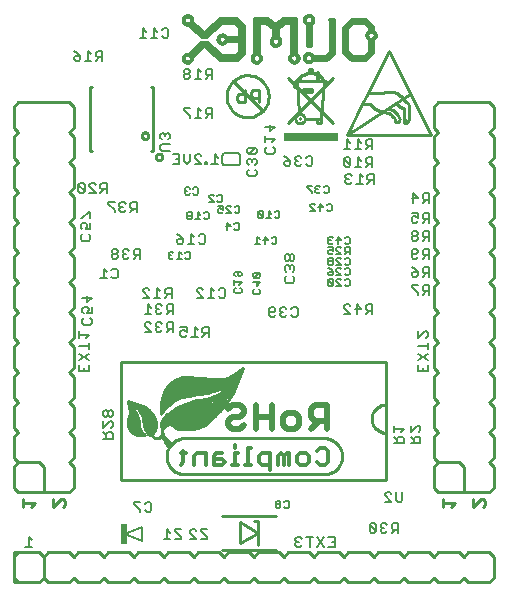
<source format=gbr>
G75*
G70*
%OFA0B0*%
%FSLAX24Y24*%
%IPPOS*%
%LPD*%
%AMOC8*
5,1,8,0,0,1.08239X$1,22.5*
%
%ADD10C,0.0080*%
%ADD11C,0.0060*%
%ADD12C,0.0100*%
%ADD13R,0.1800X0.0300*%
%ADD14C,0.0200*%
%ADD15C,0.0140*%
%ADD16C,0.0240*%
%ADD17C,0.0120*%
%ADD18C,0.0220*%
%ADD19C,0.0260*%
%ADD20R,0.0197X0.0709*%
%ADD21C,0.0079*%
D10*
X004549Y008728D02*
X004762Y008728D01*
X004656Y008728D02*
X004656Y009049D01*
X004762Y008942D01*
X007142Y012324D02*
X007463Y012324D01*
X007463Y012484D01*
X007409Y012537D01*
X007303Y012537D01*
X007249Y012484D01*
X007249Y012324D01*
X007249Y012430D02*
X007142Y012537D01*
X007142Y012692D02*
X007356Y012905D01*
X007409Y012905D01*
X007463Y012852D01*
X007463Y012745D01*
X007409Y012692D01*
X007142Y012692D02*
X007142Y012905D01*
X007196Y013060D02*
X007249Y013060D01*
X007303Y013113D01*
X007303Y013220D01*
X007249Y013274D01*
X007196Y013274D01*
X007142Y013220D01*
X007142Y013113D01*
X007196Y013060D01*
X007303Y013113D02*
X007356Y013060D01*
X007409Y013060D01*
X007463Y013113D01*
X007463Y013220D01*
X007409Y013274D01*
X007356Y013274D01*
X007303Y013220D01*
X006663Y014578D02*
X006342Y014578D01*
X006342Y014792D01*
X006342Y014947D02*
X006663Y015160D01*
X006663Y015315D02*
X006663Y015529D01*
X006663Y015422D02*
X006342Y015422D01*
X006342Y015683D02*
X006342Y015897D01*
X006342Y015790D02*
X006663Y015790D01*
X006556Y015683D01*
X006496Y016128D02*
X006442Y016182D01*
X006442Y016289D01*
X006496Y016342D01*
X006496Y016497D02*
X006442Y016550D01*
X006442Y016657D01*
X006496Y016710D01*
X006603Y016710D01*
X006656Y016657D01*
X006656Y016603D01*
X006603Y016497D01*
X006763Y016497D01*
X006763Y016710D01*
X006603Y016865D02*
X006603Y017079D01*
X006763Y017025D02*
X006603Y016865D01*
X006442Y017025D02*
X006763Y017025D01*
X006709Y016342D02*
X006763Y016289D01*
X006763Y016182D01*
X006709Y016128D01*
X006496Y016128D01*
X006342Y015160D02*
X006663Y014947D01*
X006663Y014792D02*
X006663Y014578D01*
X006503Y014578D02*
X006503Y014685D01*
X008467Y017028D02*
X008681Y017028D01*
X008467Y017242D01*
X008467Y017295D01*
X008521Y017349D01*
X008627Y017349D01*
X008681Y017295D01*
X008942Y017349D02*
X008942Y017028D01*
X008836Y017028D02*
X009049Y017028D01*
X009204Y017028D02*
X009311Y017135D01*
X009257Y017135D02*
X009417Y017135D01*
X009417Y017028D02*
X009417Y017349D01*
X009257Y017349D01*
X009204Y017295D01*
X009204Y017189D01*
X009257Y017135D01*
X009049Y017242D02*
X008942Y017349D01*
X008939Y016799D02*
X008886Y016745D01*
X008886Y016692D01*
X008939Y016639D01*
X008886Y016585D01*
X008886Y016532D01*
X008939Y016478D01*
X009046Y016478D01*
X009099Y016532D01*
X008992Y016639D02*
X008939Y016639D01*
X008939Y016799D02*
X009046Y016799D01*
X009099Y016745D01*
X009254Y016745D02*
X009254Y016639D01*
X009307Y016585D01*
X009467Y016585D01*
X009361Y016585D02*
X009254Y016478D01*
X009467Y016478D02*
X009467Y016799D01*
X009307Y016799D01*
X009254Y016745D01*
X009307Y016199D02*
X009254Y016145D01*
X009254Y016039D01*
X009307Y015985D01*
X009467Y015985D01*
X009361Y015985D02*
X009254Y015878D01*
X009099Y015932D02*
X009046Y015878D01*
X008939Y015878D01*
X008886Y015932D01*
X008886Y015985D01*
X008939Y016039D01*
X008992Y016039D01*
X008939Y016039D02*
X008886Y016092D01*
X008886Y016145D01*
X008939Y016199D01*
X009046Y016199D01*
X009099Y016145D01*
X009307Y016199D02*
X009467Y016199D01*
X009467Y015878D01*
X009712Y015889D02*
X009712Y015782D01*
X009766Y015728D01*
X009872Y015728D01*
X009926Y015782D01*
X009926Y015889D02*
X009819Y015942D01*
X009766Y015942D01*
X009712Y015889D01*
X009712Y016049D02*
X009926Y016049D01*
X009926Y015889D01*
X010081Y015728D02*
X010294Y015728D01*
X010187Y015728D02*
X010187Y016049D01*
X010294Y015942D01*
X010449Y015995D02*
X010449Y015889D01*
X010502Y015835D01*
X010662Y015835D01*
X010556Y015835D02*
X010449Y015728D01*
X010662Y015728D02*
X010662Y016049D01*
X010502Y016049D01*
X010449Y015995D01*
X010469Y017027D02*
X010255Y017027D01*
X010255Y017240D02*
X010255Y017294D01*
X010309Y017347D01*
X010415Y017347D01*
X010469Y017294D01*
X010255Y017240D02*
X010469Y017027D01*
X010624Y017027D02*
X010837Y017027D01*
X010730Y017027D02*
X010730Y017347D01*
X010837Y017240D01*
X010992Y017294D02*
X011045Y017347D01*
X011152Y017347D01*
X011205Y017294D01*
X011205Y017080D01*
X011152Y017027D01*
X011045Y017027D01*
X010992Y017080D01*
X010487Y018824D02*
X010380Y018824D01*
X010327Y018877D01*
X010172Y018824D02*
X009959Y018824D01*
X010065Y018824D02*
X010065Y019144D01*
X010172Y019038D01*
X010327Y019091D02*
X010380Y019144D01*
X010487Y019144D01*
X010540Y019091D01*
X010540Y018877D01*
X010487Y018824D01*
X009804Y018877D02*
X009750Y018824D01*
X009644Y018824D01*
X009590Y018877D01*
X009590Y018931D01*
X009644Y018984D01*
X009804Y018984D01*
X009804Y018877D01*
X009804Y018984D02*
X009697Y019091D01*
X009590Y019144D01*
X008367Y018649D02*
X008367Y018328D01*
X008367Y018435D02*
X008207Y018435D01*
X008154Y018489D01*
X008154Y018595D01*
X008207Y018649D01*
X008367Y018649D01*
X008261Y018435D02*
X008154Y018328D01*
X007999Y018382D02*
X007946Y018328D01*
X007839Y018328D01*
X007786Y018382D01*
X007786Y018435D01*
X007839Y018489D01*
X007892Y018489D01*
X007839Y018489D02*
X007786Y018542D01*
X007786Y018595D01*
X007839Y018649D01*
X007946Y018649D01*
X007999Y018595D01*
X007631Y018595D02*
X007631Y018542D01*
X007577Y018489D01*
X007471Y018489D01*
X007417Y018435D01*
X007417Y018382D01*
X007471Y018328D01*
X007577Y018328D01*
X007631Y018382D01*
X007631Y018435D01*
X007577Y018489D01*
X007471Y018489D02*
X007417Y018542D01*
X007417Y018595D01*
X007471Y018649D01*
X007577Y018649D01*
X007631Y018595D01*
X007574Y017988D02*
X007467Y017988D01*
X007414Y017935D01*
X007259Y017881D02*
X007152Y017988D01*
X007152Y017668D01*
X007046Y017668D02*
X007259Y017668D01*
X007414Y017721D02*
X007467Y017668D01*
X007574Y017668D01*
X007627Y017721D01*
X007627Y017935D01*
X007574Y017988D01*
X006659Y018928D02*
X006446Y018928D01*
X006392Y018982D01*
X006392Y019089D01*
X006446Y019142D01*
X006446Y019297D02*
X006392Y019350D01*
X006392Y019457D01*
X006446Y019510D01*
X006553Y019510D01*
X006606Y019457D01*
X006606Y019403D01*
X006553Y019297D01*
X006713Y019297D01*
X006713Y019510D01*
X006713Y019665D02*
X006713Y019879D01*
X006659Y019879D01*
X006446Y019665D01*
X006392Y019665D01*
X006659Y019142D02*
X006713Y019089D01*
X006713Y018982D01*
X006659Y018928D01*
X007526Y019878D02*
X007526Y019932D01*
X007312Y020145D01*
X007312Y020199D01*
X007526Y020199D01*
X007681Y020145D02*
X007681Y020092D01*
X007734Y020039D01*
X007681Y019985D01*
X007681Y019932D01*
X007734Y019878D01*
X007841Y019878D01*
X007894Y019932D01*
X007787Y020039D02*
X007734Y020039D01*
X007681Y020145D02*
X007734Y020199D01*
X007841Y020199D01*
X007894Y020145D01*
X008049Y020145D02*
X008049Y020039D01*
X008102Y019985D01*
X008262Y019985D01*
X008156Y019985D02*
X008049Y019878D01*
X008262Y019878D02*
X008262Y020199D01*
X008102Y020199D01*
X008049Y020145D01*
X007262Y020528D02*
X007262Y020849D01*
X007102Y020849D01*
X007049Y020795D01*
X007049Y020689D01*
X007102Y020635D01*
X007262Y020635D01*
X007156Y020635D02*
X007049Y020528D01*
X006894Y020528D02*
X006681Y020742D01*
X006681Y020795D01*
X006734Y020849D01*
X006841Y020849D01*
X006894Y020795D01*
X006894Y020528D02*
X006681Y020528D01*
X006526Y020582D02*
X006312Y020795D01*
X006312Y020582D01*
X006366Y020528D01*
X006472Y020528D01*
X006526Y020582D01*
X006526Y020795D01*
X006472Y020849D01*
X006366Y020849D01*
X006312Y020795D01*
X009042Y021982D02*
X009042Y022089D01*
X009096Y022142D01*
X009363Y022142D01*
X009309Y022297D02*
X009363Y022350D01*
X009363Y022457D01*
X009309Y022510D01*
X009256Y022510D01*
X009203Y022457D01*
X009149Y022510D01*
X009096Y022510D01*
X009042Y022457D01*
X009042Y022350D01*
X009096Y022297D01*
X009203Y022403D02*
X009203Y022457D01*
X009042Y021982D02*
X009096Y021928D01*
X009363Y021928D01*
X009460Y021799D02*
X009673Y021799D01*
X009673Y021478D01*
X009460Y021478D01*
X009567Y021639D02*
X009673Y021639D01*
X009828Y021585D02*
X009935Y021478D01*
X010042Y021585D01*
X010042Y021799D01*
X010196Y021745D02*
X010250Y021799D01*
X010357Y021799D01*
X010410Y021745D01*
X010196Y021745D02*
X010196Y021692D01*
X010410Y021478D01*
X010196Y021478D01*
X009828Y021585D02*
X009828Y021799D01*
X010541Y021532D02*
X010541Y021478D01*
X010594Y021478D01*
X010594Y021532D01*
X010541Y021532D01*
X010749Y021478D02*
X010962Y021478D01*
X010856Y021478D02*
X010856Y021799D01*
X010962Y021692D01*
X011942Y021607D02*
X011942Y021500D01*
X011996Y021447D01*
X012103Y021553D02*
X012103Y021607D01*
X012049Y021660D01*
X011996Y021660D01*
X011942Y021607D01*
X012103Y021607D02*
X012156Y021660D01*
X012209Y021660D01*
X012263Y021607D01*
X012263Y021500D01*
X012209Y021447D01*
X012209Y021292D02*
X012263Y021239D01*
X012263Y021132D01*
X012209Y021078D01*
X011996Y021078D01*
X011942Y021132D01*
X011942Y021239D01*
X011996Y021292D01*
X011996Y021815D02*
X012209Y022029D01*
X011996Y022029D01*
X011942Y021975D01*
X011942Y021868D01*
X011996Y021815D01*
X012209Y021815D01*
X012263Y021868D01*
X012263Y021975D01*
X012209Y022029D01*
X012542Y021989D02*
X012596Y022042D01*
X012542Y021989D02*
X012542Y021882D01*
X012596Y021828D01*
X012809Y021828D01*
X012863Y021882D01*
X012863Y021989D01*
X012809Y022042D01*
X012756Y022197D02*
X012863Y022303D01*
X012542Y022303D01*
X012542Y022197D02*
X012542Y022410D01*
X012703Y022565D02*
X012703Y022779D01*
X012863Y022725D02*
X012703Y022565D01*
X012542Y022725D02*
X012863Y022725D01*
X013162Y021749D02*
X013269Y021695D01*
X013376Y021589D01*
X013216Y021589D01*
X013162Y021535D01*
X013162Y021482D01*
X013216Y021428D01*
X013322Y021428D01*
X013376Y021482D01*
X013376Y021589D01*
X013531Y021642D02*
X013584Y021589D01*
X013531Y021535D01*
X013531Y021482D01*
X013584Y021428D01*
X013691Y021428D01*
X013744Y021482D01*
X013637Y021589D02*
X013584Y021589D01*
X013531Y021642D02*
X013531Y021695D01*
X013584Y021749D01*
X013691Y021749D01*
X013744Y021695D01*
X013899Y021695D02*
X013952Y021749D01*
X014059Y021749D01*
X014112Y021695D01*
X014112Y021482D01*
X014059Y021428D01*
X013952Y021428D01*
X013899Y021482D01*
X015162Y021432D02*
X015216Y021378D01*
X015322Y021378D01*
X015376Y021432D01*
X015162Y021645D01*
X015162Y021432D01*
X015162Y021645D02*
X015216Y021699D01*
X015322Y021699D01*
X015376Y021645D01*
X015376Y021432D01*
X015531Y021378D02*
X015744Y021378D01*
X015637Y021378D02*
X015637Y021699D01*
X015744Y021592D01*
X015899Y021645D02*
X015899Y021539D01*
X015952Y021485D01*
X016112Y021485D01*
X016006Y021485D02*
X015899Y021378D01*
X016112Y021378D02*
X016112Y021699D01*
X015952Y021699D01*
X015899Y021645D01*
X015899Y021978D02*
X016006Y022085D01*
X015952Y022085D02*
X016112Y022085D01*
X016112Y021978D02*
X016112Y022299D01*
X015952Y022299D01*
X015899Y022245D01*
X015899Y022139D01*
X015952Y022085D01*
X015744Y021978D02*
X015531Y021978D01*
X015637Y021978D02*
X015637Y022299D01*
X015744Y022192D01*
X015376Y022192D02*
X015269Y022299D01*
X015269Y021978D01*
X015376Y021978D02*
X015162Y021978D01*
X015266Y021149D02*
X015212Y021095D01*
X015212Y021042D01*
X015266Y020989D01*
X015212Y020935D01*
X015212Y020882D01*
X015266Y020828D01*
X015372Y020828D01*
X015426Y020882D01*
X015319Y020989D02*
X015266Y020989D01*
X015266Y021149D02*
X015372Y021149D01*
X015426Y021095D01*
X015687Y021149D02*
X015687Y020828D01*
X015581Y020828D02*
X015794Y020828D01*
X015949Y020828D02*
X016056Y020935D01*
X016002Y020935D02*
X016162Y020935D01*
X016162Y020828D02*
X016162Y021149D01*
X016002Y021149D01*
X015949Y021095D01*
X015949Y020989D01*
X016002Y020935D01*
X015794Y021042D02*
X015687Y021149D01*
X017471Y020499D02*
X017471Y020178D01*
X017417Y020339D02*
X017631Y020339D01*
X017471Y020499D01*
X017786Y020445D02*
X017786Y020339D01*
X017839Y020285D01*
X017999Y020285D01*
X017999Y020178D02*
X017999Y020499D01*
X017839Y020499D01*
X017786Y020445D01*
X017892Y020285D02*
X017786Y020178D01*
X017839Y019849D02*
X017786Y019795D01*
X017786Y019689D01*
X017839Y019635D01*
X017999Y019635D01*
X017999Y019528D02*
X017999Y019849D01*
X017839Y019849D01*
X017631Y019849D02*
X017631Y019689D01*
X017524Y019742D01*
X017471Y019742D01*
X017417Y019689D01*
X017417Y019582D01*
X017471Y019528D01*
X017577Y019528D01*
X017631Y019582D01*
X017786Y019528D02*
X017892Y019635D01*
X017631Y019849D02*
X017417Y019849D01*
X017471Y019249D02*
X017417Y019195D01*
X017417Y019142D01*
X017471Y019089D01*
X017577Y019089D01*
X017631Y019142D01*
X017631Y019195D01*
X017577Y019249D01*
X017471Y019249D01*
X017471Y019089D02*
X017417Y019035D01*
X017417Y018982D01*
X017471Y018928D01*
X017577Y018928D01*
X017631Y018982D01*
X017631Y019035D01*
X017577Y019089D01*
X017786Y019089D02*
X017839Y019035D01*
X017999Y019035D01*
X017999Y018928D02*
X017999Y019249D01*
X017839Y019249D01*
X017786Y019195D01*
X017786Y019089D01*
X017892Y019035D02*
X017786Y018928D01*
X017839Y018649D02*
X017786Y018595D01*
X017786Y018489D01*
X017839Y018435D01*
X017999Y018435D01*
X017999Y018328D02*
X017999Y018649D01*
X017839Y018649D01*
X017631Y018595D02*
X017631Y018542D01*
X017577Y018489D01*
X017417Y018489D01*
X017417Y018595D02*
X017471Y018649D01*
X017577Y018649D01*
X017631Y018595D01*
X017631Y018382D02*
X017577Y018328D01*
X017471Y018328D01*
X017417Y018382D01*
X017417Y018595D01*
X017786Y018328D02*
X017892Y018435D01*
X017839Y018049D02*
X017786Y017995D01*
X017786Y017889D01*
X017839Y017835D01*
X017999Y017835D01*
X017999Y017728D02*
X017999Y018049D01*
X017839Y018049D01*
X017892Y017835D02*
X017786Y017728D01*
X017631Y017782D02*
X017631Y017889D01*
X017471Y017889D01*
X017417Y017835D01*
X017417Y017782D01*
X017471Y017728D01*
X017577Y017728D01*
X017631Y017782D01*
X017631Y017889D02*
X017524Y017995D01*
X017417Y018049D01*
X017417Y017449D02*
X017417Y017395D01*
X017631Y017182D01*
X017631Y017128D01*
X017786Y017128D02*
X017892Y017235D01*
X017839Y017235D02*
X017999Y017235D01*
X017999Y017128D02*
X017999Y017449D01*
X017839Y017449D01*
X017786Y017395D01*
X017786Y017289D01*
X017839Y017235D01*
X017631Y017449D02*
X017417Y017449D01*
X016112Y016799D02*
X016112Y016478D01*
X016112Y016585D02*
X015952Y016585D01*
X015899Y016639D01*
X015899Y016745D01*
X015952Y016799D01*
X016112Y016799D01*
X016006Y016585D02*
X015899Y016478D01*
X015744Y016639D02*
X015531Y016639D01*
X015584Y016799D02*
X015584Y016478D01*
X015376Y016478D02*
X015162Y016692D01*
X015162Y016745D01*
X015216Y016799D01*
X015322Y016799D01*
X015376Y016745D01*
X015584Y016799D02*
X015744Y016639D01*
X015376Y016478D02*
X015162Y016478D01*
X013617Y016432D02*
X013564Y016378D01*
X013457Y016378D01*
X013404Y016432D01*
X013249Y016432D02*
X013196Y016378D01*
X013089Y016378D01*
X013036Y016432D01*
X013036Y016485D01*
X013089Y016539D01*
X013142Y016539D01*
X013089Y016539D02*
X013036Y016592D01*
X013036Y016645D01*
X013089Y016699D01*
X013196Y016699D01*
X013249Y016645D01*
X013404Y016645D02*
X013457Y016699D01*
X013564Y016699D01*
X013617Y016645D01*
X013617Y016432D01*
X012881Y016432D02*
X012827Y016378D01*
X012721Y016378D01*
X012667Y016432D01*
X012667Y016645D01*
X012721Y016699D01*
X012827Y016699D01*
X012881Y016645D01*
X012881Y016592D01*
X012827Y016539D01*
X012667Y016539D01*
X013248Y017518D02*
X013194Y017571D01*
X013194Y017678D01*
X013248Y017731D01*
X013248Y017886D02*
X013194Y017940D01*
X013194Y018046D01*
X013248Y018100D01*
X013301Y018100D01*
X013355Y018046D01*
X013355Y017993D01*
X013355Y018046D02*
X013408Y018100D01*
X013461Y018100D01*
X013515Y018046D01*
X013515Y017940D01*
X013461Y017886D01*
X013461Y017731D02*
X013515Y017678D01*
X013515Y017571D01*
X013461Y017518D01*
X013248Y017518D01*
X013248Y018255D02*
X013301Y018255D01*
X013355Y018308D01*
X013355Y018415D01*
X013301Y018468D01*
X013248Y018468D01*
X013194Y018415D01*
X013194Y018308D01*
X013248Y018255D01*
X013355Y018308D02*
X013408Y018255D01*
X013461Y018255D01*
X013515Y018308D01*
X013515Y018415D01*
X013461Y018468D01*
X013408Y018468D01*
X013355Y018415D01*
X010767Y023028D02*
X010767Y023349D01*
X010607Y023349D01*
X010554Y023295D01*
X010554Y023189D01*
X010607Y023135D01*
X010767Y023135D01*
X010661Y023135D02*
X010554Y023028D01*
X010399Y023028D02*
X010186Y023028D01*
X010292Y023028D02*
X010292Y023349D01*
X010399Y023242D01*
X010031Y023349D02*
X009817Y023349D01*
X009817Y023295D01*
X010031Y023082D01*
X010031Y023028D01*
X009977Y024328D02*
X009871Y024328D01*
X009817Y024382D01*
X009817Y024435D01*
X009871Y024489D01*
X009977Y024489D01*
X010031Y024542D01*
X010031Y024595D01*
X009977Y024649D01*
X009871Y024649D01*
X009817Y024595D01*
X009817Y024542D01*
X009871Y024489D01*
X009977Y024489D02*
X010031Y024435D01*
X010031Y024382D01*
X009977Y024328D01*
X010186Y024328D02*
X010399Y024328D01*
X010292Y024328D02*
X010292Y024649D01*
X010399Y024542D01*
X010554Y024595D02*
X010554Y024489D01*
X010607Y024435D01*
X010767Y024435D01*
X010661Y024435D02*
X010554Y024328D01*
X010767Y024328D02*
X010767Y024649D01*
X010607Y024649D01*
X010554Y024595D01*
X009312Y025732D02*
X009259Y025678D01*
X009152Y025678D01*
X009099Y025732D01*
X008944Y025678D02*
X008731Y025678D01*
X008837Y025678D02*
X008837Y025999D01*
X008944Y025892D01*
X009099Y025945D02*
X009152Y025999D01*
X009259Y025999D01*
X009312Y025945D01*
X009312Y025732D01*
X008576Y025678D02*
X008362Y025678D01*
X008469Y025678D02*
X008469Y025999D01*
X008576Y025892D01*
X007112Y025249D02*
X007112Y024928D01*
X007112Y025035D02*
X006952Y025035D01*
X006899Y025089D01*
X006899Y025195D01*
X006952Y025249D01*
X007112Y025249D01*
X007006Y025035D02*
X006899Y024928D01*
X006744Y024928D02*
X006531Y024928D01*
X006637Y024928D02*
X006637Y025249D01*
X006744Y025142D01*
X006376Y025089D02*
X006216Y025089D01*
X006162Y025035D01*
X006162Y024982D01*
X006216Y024928D01*
X006322Y024928D01*
X006376Y024982D01*
X006376Y025089D01*
X006269Y025195D01*
X006162Y025249D01*
X008624Y016799D02*
X008624Y016478D01*
X008731Y016478D02*
X008517Y016478D01*
X008571Y016199D02*
X008677Y016199D01*
X008731Y016145D01*
X008571Y016199D02*
X008517Y016145D01*
X008517Y016092D01*
X008731Y015878D01*
X008517Y015878D01*
X008731Y016692D02*
X008624Y016799D01*
X008589Y010199D02*
X008696Y010199D01*
X008749Y010145D01*
X008749Y009932D01*
X008696Y009878D01*
X008589Y009878D01*
X008536Y009932D01*
X008381Y009932D02*
X008381Y009878D01*
X008381Y009932D02*
X008167Y010145D01*
X008167Y010199D01*
X008381Y010199D01*
X008536Y010145D02*
X008589Y010199D01*
X009274Y009299D02*
X009274Y008978D01*
X009381Y008978D02*
X009167Y008978D01*
X009381Y009192D02*
X009274Y009299D01*
X009536Y009299D02*
X009536Y009245D01*
X009749Y009032D01*
X009749Y008978D01*
X009536Y008978D01*
X009536Y009299D02*
X009749Y009299D01*
X010031Y009245D02*
X010031Y009192D01*
X010244Y008978D01*
X010031Y008978D01*
X010031Y009245D02*
X010084Y009299D01*
X010191Y009299D01*
X010244Y009245D01*
X010399Y009245D02*
X010612Y009032D01*
X010612Y008978D01*
X010399Y008978D01*
X010399Y009245D02*
X010399Y009299D01*
X010612Y009299D01*
X013544Y008995D02*
X013544Y008942D01*
X013597Y008889D01*
X013544Y008835D01*
X013544Y008782D01*
X013597Y008728D01*
X013704Y008728D01*
X013758Y008782D01*
X013651Y008889D02*
X013597Y008889D01*
X013544Y008995D02*
X013597Y009049D01*
X013704Y009049D01*
X013758Y008995D01*
X013912Y009049D02*
X014126Y009049D01*
X014019Y009049D02*
X014019Y008728D01*
X014281Y008728D02*
X014494Y009049D01*
X014649Y009049D02*
X014862Y009049D01*
X014862Y008728D01*
X014649Y008728D01*
X014494Y008728D02*
X014281Y009049D01*
X014756Y008889D02*
X014862Y008889D01*
X016017Y009232D02*
X016071Y009178D01*
X016177Y009178D01*
X016231Y009232D01*
X016017Y009445D01*
X016017Y009232D01*
X016017Y009445D02*
X016071Y009499D01*
X016177Y009499D01*
X016231Y009445D01*
X016231Y009232D01*
X016386Y009232D02*
X016439Y009178D01*
X016546Y009178D01*
X016599Y009232D01*
X016492Y009339D02*
X016439Y009339D01*
X016386Y009285D01*
X016386Y009232D01*
X016439Y009339D02*
X016386Y009392D01*
X016386Y009445D01*
X016439Y009499D01*
X016546Y009499D01*
X016599Y009445D01*
X016754Y009445D02*
X016754Y009339D01*
X016807Y009285D01*
X016967Y009285D01*
X016861Y009285D02*
X016754Y009178D01*
X016967Y009178D02*
X016967Y009499D01*
X016807Y009499D01*
X016754Y009445D01*
X016744Y010228D02*
X016531Y010442D01*
X016531Y010495D01*
X016584Y010549D01*
X016691Y010549D01*
X016744Y010495D01*
X016899Y010549D02*
X016899Y010282D01*
X016952Y010228D01*
X017059Y010228D01*
X017112Y010282D01*
X017112Y010549D01*
X016744Y010228D02*
X016531Y010228D01*
X016842Y012178D02*
X017163Y012178D01*
X017163Y012339D01*
X017109Y012392D01*
X017003Y012392D01*
X016949Y012339D01*
X016949Y012178D01*
X016949Y012285D02*
X016842Y012392D01*
X016842Y012547D02*
X016842Y012760D01*
X016842Y012653D02*
X017163Y012653D01*
X017056Y012547D01*
X017392Y012547D02*
X017392Y012760D01*
X017392Y012547D02*
X017606Y012760D01*
X017659Y012760D01*
X017713Y012707D01*
X017713Y012600D01*
X017659Y012547D01*
X017659Y012392D02*
X017553Y012392D01*
X017499Y012339D01*
X017499Y012178D01*
X017392Y012178D02*
X017713Y012178D01*
X017713Y012339D01*
X017659Y012392D01*
X017499Y012285D02*
X017392Y012392D01*
X017642Y014578D02*
X017642Y014792D01*
X017642Y014947D02*
X017963Y015160D01*
X017963Y015315D02*
X017963Y015529D01*
X017963Y015422D02*
X017642Y015422D01*
X017642Y015683D02*
X017856Y015897D01*
X017909Y015897D01*
X017963Y015843D01*
X017963Y015737D01*
X017909Y015683D01*
X017642Y015683D02*
X017642Y015897D01*
X017642Y015160D02*
X017963Y014947D01*
X017963Y014792D02*
X017963Y014578D01*
X017642Y014578D01*
X017803Y014578D02*
X017803Y014685D01*
D11*
X015311Y017418D02*
X015351Y017458D01*
X015351Y017619D01*
X015311Y017659D01*
X015231Y017659D01*
X015191Y017619D01*
X015075Y017619D02*
X015035Y017659D01*
X014955Y017659D01*
X014915Y017619D01*
X014915Y017579D01*
X015075Y017418D01*
X014915Y017418D01*
X014799Y017458D02*
X014639Y017619D01*
X014639Y017458D01*
X014679Y017418D01*
X014759Y017418D01*
X014799Y017458D01*
X014799Y017619D01*
X014759Y017659D01*
X014679Y017659D01*
X014639Y017619D01*
X014679Y017768D02*
X014639Y017808D01*
X014639Y017848D01*
X014679Y017889D01*
X014799Y017889D01*
X014799Y017808D01*
X014759Y017768D01*
X014679Y017768D01*
X014799Y017889D02*
X014719Y017969D01*
X014639Y018009D01*
X014679Y018118D02*
X014759Y018118D01*
X014799Y018158D01*
X014799Y018198D01*
X014759Y018239D01*
X014679Y018239D01*
X014639Y018198D01*
X014639Y018158D01*
X014679Y018118D01*
X014679Y018239D02*
X014639Y018279D01*
X014639Y018319D01*
X014679Y018359D01*
X014759Y018359D01*
X014799Y018319D01*
X014799Y018279D01*
X014759Y018239D01*
X014915Y018279D02*
X014915Y018319D01*
X014955Y018359D01*
X015035Y018359D01*
X015075Y018319D01*
X015191Y018319D02*
X015231Y018359D01*
X015311Y018359D01*
X015351Y018319D01*
X015351Y018158D01*
X015311Y018118D01*
X015231Y018118D01*
X015191Y018158D01*
X015075Y018118D02*
X014915Y018279D01*
X014915Y018118D02*
X015075Y018118D01*
X015035Y018009D02*
X015075Y017969D01*
X015035Y018009D02*
X014955Y018009D01*
X014915Y017969D01*
X014915Y017929D01*
X015075Y017768D01*
X014915Y017768D01*
X015191Y017808D02*
X015231Y017768D01*
X015311Y017768D01*
X015351Y017808D01*
X015351Y017969D01*
X015311Y018009D01*
X015231Y018009D01*
X015191Y017969D01*
X015191Y018468D02*
X015271Y018548D01*
X015231Y018548D02*
X015351Y018548D01*
X015351Y018468D02*
X015351Y018709D01*
X015231Y018709D01*
X015191Y018669D01*
X015191Y018589D01*
X015231Y018548D01*
X015075Y018468D02*
X014915Y018629D01*
X014915Y018669D01*
X014955Y018709D01*
X015035Y018709D01*
X015075Y018669D01*
X014955Y018818D02*
X014955Y019059D01*
X015075Y018939D01*
X014915Y018939D01*
X014799Y019019D02*
X014759Y019059D01*
X014679Y019059D01*
X014639Y019019D01*
X014639Y018979D01*
X014679Y018939D01*
X014639Y018898D01*
X014639Y018858D01*
X014679Y018818D01*
X014759Y018818D01*
X014799Y018858D01*
X014719Y018939D02*
X014679Y018939D01*
X014639Y018709D02*
X014799Y018709D01*
X014799Y018589D01*
X014719Y018629D01*
X014679Y018629D01*
X014639Y018589D01*
X014639Y018508D01*
X014679Y018468D01*
X014759Y018468D01*
X014799Y018508D01*
X014915Y018468D02*
X015075Y018468D01*
X015231Y018818D02*
X015191Y018858D01*
X015231Y018818D02*
X015311Y018818D01*
X015351Y018858D01*
X015351Y019019D01*
X015311Y019059D01*
X015231Y019059D01*
X015191Y019019D01*
X014711Y019918D02*
X014631Y019918D01*
X014591Y019958D01*
X014711Y019918D02*
X014751Y019958D01*
X014751Y020119D01*
X014711Y020159D01*
X014631Y020159D01*
X014591Y020119D01*
X014475Y020039D02*
X014315Y020039D01*
X014355Y020159D02*
X014355Y019918D01*
X014199Y019918D02*
X014039Y020079D01*
X014039Y020119D01*
X014079Y020159D01*
X014159Y020159D01*
X014199Y020119D01*
X014355Y020159D02*
X014475Y020039D01*
X014199Y019918D02*
X014039Y019918D01*
X014099Y020518D02*
X014099Y020558D01*
X013939Y020719D01*
X013939Y020759D01*
X014099Y020759D01*
X014215Y020719D02*
X014215Y020679D01*
X014255Y020639D01*
X014215Y020598D01*
X014215Y020558D01*
X014255Y020518D01*
X014335Y020518D01*
X014375Y020558D01*
X014295Y020639D02*
X014255Y020639D01*
X014215Y020719D02*
X014255Y020759D01*
X014335Y020759D01*
X014375Y020719D01*
X014491Y020719D02*
X014531Y020759D01*
X014611Y020759D01*
X014651Y020719D01*
X014651Y020558D01*
X014611Y020518D01*
X014531Y020518D01*
X014491Y020558D01*
X013010Y019865D02*
X013010Y019705D01*
X012970Y019665D01*
X012890Y019665D01*
X012850Y019705D01*
X012734Y019665D02*
X012574Y019665D01*
X012654Y019665D02*
X012654Y019905D01*
X012734Y019825D01*
X012850Y019865D02*
X012890Y019905D01*
X012970Y019905D01*
X013010Y019865D01*
X012458Y019865D02*
X012418Y019905D01*
X012338Y019905D01*
X012298Y019865D01*
X012458Y019705D01*
X012418Y019665D01*
X012338Y019665D01*
X012298Y019705D01*
X012298Y019865D01*
X012458Y019865D02*
X012458Y019705D01*
X012516Y019059D02*
X012636Y018939D01*
X012475Y018939D01*
X012359Y018979D02*
X012279Y019059D01*
X012279Y018818D01*
X012359Y018818D02*
X012199Y018818D01*
X012516Y018818D02*
X012516Y019059D01*
X012752Y019019D02*
X012792Y019059D01*
X012872Y019059D01*
X012912Y019019D01*
X012912Y018858D01*
X012872Y018818D01*
X012792Y018818D01*
X012752Y018858D01*
X012333Y017852D02*
X012172Y017692D01*
X012132Y017732D01*
X012132Y017812D01*
X012172Y017852D01*
X012333Y017852D01*
X012373Y017812D01*
X012373Y017732D01*
X012333Y017692D01*
X012172Y017692D01*
X012253Y017576D02*
X012253Y017416D01*
X012373Y017536D01*
X012132Y017536D01*
X012172Y017300D02*
X012132Y017260D01*
X012132Y017180D01*
X012172Y017140D01*
X012333Y017140D01*
X012373Y017180D01*
X012373Y017260D01*
X012333Y017300D01*
X011753Y017301D02*
X011753Y017221D01*
X011713Y017181D01*
X011552Y017181D01*
X011512Y017221D01*
X011512Y017301D01*
X011552Y017341D01*
X011512Y017457D02*
X011512Y017617D01*
X011512Y017537D02*
X011753Y017537D01*
X011672Y017457D01*
X011713Y017341D02*
X011753Y017301D01*
X011713Y017734D02*
X011672Y017734D01*
X011632Y017774D01*
X011632Y017894D01*
X011552Y017894D02*
X011713Y017894D01*
X011753Y017854D01*
X011753Y017774D01*
X011713Y017734D01*
X011552Y017734D02*
X011512Y017774D01*
X011512Y017854D01*
X011552Y017894D01*
X011547Y019283D02*
X011507Y019323D01*
X011547Y019283D02*
X011627Y019283D01*
X011667Y019323D01*
X011667Y019483D01*
X011627Y019523D01*
X011547Y019523D01*
X011507Y019483D01*
X011391Y019403D02*
X011231Y019403D01*
X011271Y019283D02*
X011271Y019523D01*
X011391Y019403D01*
X011404Y019837D02*
X011244Y019997D01*
X011244Y020037D01*
X011284Y020077D01*
X011364Y020077D01*
X011404Y020037D01*
X011521Y020037D02*
X011561Y020077D01*
X011641Y020077D01*
X011681Y020037D01*
X011681Y019877D01*
X011641Y019837D01*
X011561Y019837D01*
X011521Y019877D01*
X011404Y019837D02*
X011244Y019837D01*
X011128Y019877D02*
X011088Y019837D01*
X011008Y019837D01*
X010968Y019877D01*
X010968Y019957D01*
X011008Y019997D01*
X011048Y019997D01*
X011128Y019957D01*
X011128Y020077D01*
X010968Y020077D01*
X010981Y020209D02*
X010941Y020249D01*
X010981Y020209D02*
X011061Y020209D01*
X011101Y020249D01*
X011101Y020410D01*
X011061Y020450D01*
X010981Y020450D01*
X010941Y020410D01*
X010825Y020410D02*
X010785Y020450D01*
X010705Y020450D01*
X010665Y020410D01*
X010665Y020369D01*
X010825Y020209D01*
X010665Y020209D01*
X010610Y019876D02*
X010650Y019836D01*
X010650Y019676D01*
X010610Y019636D01*
X010530Y019636D01*
X010490Y019676D01*
X010374Y019636D02*
X010214Y019636D01*
X010294Y019636D02*
X010294Y019876D01*
X010374Y019796D01*
X010490Y019836D02*
X010530Y019876D01*
X010610Y019876D01*
X010098Y019836D02*
X010098Y019796D01*
X010058Y019756D01*
X009978Y019756D01*
X009938Y019716D01*
X009938Y019676D01*
X009978Y019636D01*
X010058Y019636D01*
X010098Y019676D01*
X010098Y019716D01*
X010058Y019756D01*
X009978Y019756D02*
X009938Y019796D01*
X009938Y019836D01*
X009978Y019876D01*
X010058Y019876D01*
X010098Y019836D01*
X010181Y020459D02*
X010141Y020499D01*
X010181Y020459D02*
X010261Y020459D01*
X010301Y020499D01*
X010301Y020660D01*
X010261Y020700D01*
X010181Y020700D01*
X010141Y020660D01*
X010025Y020660D02*
X009985Y020700D01*
X009905Y020700D01*
X009865Y020660D01*
X009865Y020619D01*
X009905Y020579D01*
X009865Y020539D01*
X009865Y020499D01*
X009905Y020459D01*
X009985Y020459D01*
X010025Y020499D01*
X009945Y020579D02*
X009905Y020579D01*
X011102Y021538D02*
X011102Y021738D01*
X011104Y021758D01*
X011110Y021776D01*
X011119Y021794D01*
X011131Y021809D01*
X011146Y021821D01*
X011164Y021830D01*
X011182Y021836D01*
X011202Y021838D01*
X011402Y021838D01*
X011602Y021838D01*
X011622Y021836D01*
X011640Y021830D01*
X011658Y021821D01*
X011673Y021809D01*
X011685Y021794D01*
X011694Y021776D01*
X011700Y021758D01*
X011702Y021738D01*
X011702Y021538D01*
X011700Y021518D01*
X011694Y021500D01*
X011685Y021482D01*
X011673Y021467D01*
X011658Y021455D01*
X011640Y021446D01*
X011622Y021440D01*
X011602Y021438D01*
X011402Y021438D01*
X011202Y021438D01*
X011182Y021440D01*
X011164Y021446D01*
X011146Y021455D01*
X011131Y021467D01*
X011119Y021482D01*
X011110Y021500D01*
X011104Y021518D01*
X011102Y021538D01*
X009994Y018559D02*
X009914Y018559D01*
X009874Y018519D01*
X009758Y018479D02*
X009678Y018559D01*
X009678Y018319D01*
X009758Y018319D02*
X009598Y018319D01*
X009482Y018359D02*
X009442Y018319D01*
X009362Y018319D01*
X009322Y018359D01*
X009322Y018399D01*
X009362Y018439D01*
X009402Y018439D01*
X009362Y018439D02*
X009322Y018479D01*
X009322Y018519D01*
X009362Y018559D01*
X009442Y018559D01*
X009482Y018519D01*
X009874Y018359D02*
X009914Y018319D01*
X009994Y018319D01*
X010034Y018359D01*
X010034Y018519D01*
X009994Y018559D01*
X015191Y017458D02*
X015231Y017418D01*
X015311Y017418D01*
X013285Y010259D02*
X013325Y010219D01*
X013325Y010058D01*
X013285Y010018D01*
X013205Y010018D01*
X013165Y010058D01*
X013049Y010058D02*
X013049Y010098D01*
X013009Y010139D01*
X012929Y010139D01*
X012889Y010098D01*
X012889Y010058D01*
X012929Y010018D01*
X013009Y010018D01*
X013049Y010058D01*
X013009Y010139D02*
X013049Y010179D01*
X013049Y010219D01*
X013009Y010259D01*
X012929Y010259D01*
X012889Y010219D01*
X012889Y010179D01*
X012929Y010139D01*
X013165Y010219D02*
X013205Y010259D01*
X013285Y010259D01*
D12*
X004302Y007538D02*
X004152Y007538D01*
X004152Y007688D01*
X004302Y007538D01*
X005002Y007538D01*
X005152Y007688D01*
X005152Y008388D01*
X005002Y008538D01*
X004302Y008538D01*
X004152Y008538D01*
X004152Y008388D01*
X004302Y008538D01*
X004152Y008388D02*
X004152Y007688D01*
X005152Y007688D02*
X005302Y007538D01*
X006002Y007538D01*
X006152Y007688D01*
X006302Y007538D01*
X007002Y007538D01*
X007152Y007688D01*
X007302Y007538D01*
X008002Y007538D01*
X008152Y007688D01*
X008302Y007538D01*
X009002Y007538D01*
X009152Y007688D01*
X009302Y007538D01*
X010002Y007538D01*
X010152Y007688D01*
X010302Y007538D01*
X011002Y007538D01*
X011152Y007688D01*
X011302Y007538D01*
X012002Y007538D01*
X012152Y007688D01*
X012302Y007538D01*
X013002Y007538D01*
X013152Y007688D01*
X013302Y007538D01*
X014002Y007538D01*
X014152Y007688D01*
X014302Y007538D01*
X015002Y007538D01*
X015152Y007688D01*
X015302Y007538D01*
X016002Y007538D01*
X016152Y007688D01*
X016302Y007538D01*
X017002Y007538D01*
X017152Y007688D01*
X017302Y007538D01*
X018002Y007538D01*
X018152Y007688D01*
X018302Y007538D01*
X019002Y007538D01*
X019152Y007688D01*
X019302Y007538D01*
X020002Y007538D01*
X020152Y007688D01*
X020152Y008388D01*
X020002Y008538D01*
X019302Y008538D01*
X019152Y008388D01*
X019002Y008538D01*
X018302Y008538D01*
X018152Y008388D01*
X018002Y008538D01*
X017302Y008538D01*
X017152Y008388D01*
X017002Y008538D01*
X016302Y008538D01*
X016152Y008388D01*
X016002Y008538D01*
X015302Y008538D01*
X015152Y008388D01*
X015002Y008538D01*
X014302Y008538D01*
X014152Y008388D01*
X014002Y008538D01*
X013302Y008538D01*
X013152Y008388D01*
X013002Y008538D01*
X012302Y008538D01*
X012152Y008388D01*
X012002Y008538D01*
X011302Y008538D01*
X011152Y008388D01*
X011002Y008538D01*
X010302Y008538D01*
X010152Y008388D01*
X010002Y008538D01*
X009302Y008538D01*
X009152Y008388D01*
X009002Y008538D01*
X008302Y008538D01*
X008152Y008388D01*
X008002Y008538D01*
X007302Y008538D01*
X007152Y008388D01*
X007002Y008538D01*
X006302Y008538D01*
X006152Y008388D01*
X006002Y008538D01*
X005302Y008538D01*
X005152Y008388D01*
X005452Y010038D02*
X005719Y010305D01*
X005786Y010305D01*
X005853Y010239D01*
X005853Y010105D01*
X005786Y010038D01*
X005452Y010038D02*
X005452Y010305D01*
X005152Y010538D02*
X005152Y011388D01*
X005002Y011538D01*
X004302Y011538D01*
X004152Y011388D01*
X004152Y010688D01*
X004302Y010538D01*
X005152Y010538D01*
X006002Y010538D01*
X006152Y010688D01*
X006152Y011388D01*
X006002Y011538D01*
X006152Y011688D01*
X006152Y012388D01*
X006002Y012538D01*
X006152Y012688D01*
X006152Y013388D01*
X006002Y013538D01*
X006152Y013688D01*
X006152Y014388D01*
X006002Y014538D01*
X006152Y014688D01*
X006152Y015388D01*
X006002Y015538D01*
X006152Y015688D01*
X006152Y016388D01*
X006002Y016538D01*
X006152Y016688D01*
X006152Y017388D01*
X006002Y017538D01*
X006152Y017688D01*
X006152Y018388D01*
X006002Y018538D01*
X006152Y018688D01*
X006152Y019388D01*
X006002Y019538D01*
X006152Y019688D01*
X006152Y020388D01*
X006002Y020538D01*
X006152Y020688D01*
X006152Y021388D01*
X006002Y021538D01*
X006152Y021688D01*
X006152Y022388D01*
X006002Y022538D01*
X006152Y022688D01*
X006152Y023388D01*
X006002Y023538D01*
X004302Y023538D01*
X004152Y023388D01*
X004152Y022688D01*
X004302Y022538D01*
X004152Y022388D01*
X004152Y021688D01*
X004302Y021538D01*
X004152Y021388D01*
X004152Y020688D01*
X004302Y020538D01*
X004152Y020388D01*
X004152Y019688D01*
X004302Y019538D01*
X004152Y019388D01*
X004152Y018688D01*
X004302Y018538D01*
X004152Y018388D01*
X004152Y017688D01*
X004302Y017538D01*
X004152Y017388D01*
X004152Y016688D01*
X004302Y016538D01*
X004152Y016388D01*
X004152Y015688D01*
X004302Y015538D01*
X004152Y015388D01*
X004152Y014688D01*
X004302Y014538D01*
X004152Y014388D01*
X004152Y013688D01*
X004302Y013538D01*
X004152Y013388D01*
X004152Y012688D01*
X004302Y012538D01*
X004152Y012388D01*
X004152Y011688D01*
X004302Y011538D01*
X004452Y010305D02*
X004452Y010038D01*
X004452Y010172D02*
X004853Y010172D01*
X004719Y010038D01*
X007980Y013008D02*
X007996Y013052D01*
X008008Y013098D01*
X008017Y013144D01*
X008022Y013190D01*
X008023Y013237D01*
X008021Y013284D01*
X008015Y013331D01*
X008005Y013376D01*
X008005Y013377D02*
X007952Y013588D01*
X008352Y013438D01*
X008518Y013368D01*
X008502Y013338D02*
X008152Y013338D01*
X008152Y013138D01*
X008102Y013138D02*
X008102Y013338D01*
X008152Y013338D01*
X008102Y013338D02*
X008052Y013338D01*
X008052Y013388D02*
X008352Y013388D01*
X008352Y013288D02*
X008552Y013288D01*
X008652Y013238D02*
X008402Y013238D01*
X008402Y013188D02*
X008702Y013188D01*
X008752Y013138D02*
X008452Y013138D01*
X008452Y013088D02*
X008802Y013088D01*
X008823Y013077D02*
X008802Y013114D01*
X008802Y013038D02*
X008502Y013038D01*
X008502Y012988D02*
X008802Y012988D01*
X008852Y012938D02*
X008502Y012938D01*
X008482Y012912D02*
X008482Y012908D01*
X008502Y012888D02*
X008852Y012888D01*
X008852Y012838D02*
X008802Y012838D01*
X008802Y012788D01*
X008552Y012788D01*
X008552Y012738D02*
X008852Y012738D01*
X008852Y012838D01*
X008530Y012442D02*
X008497Y012468D01*
X008466Y012496D01*
X008438Y012527D01*
X008412Y012561D01*
X008390Y012597D01*
X008370Y012634D01*
X008354Y012673D01*
X008342Y012713D01*
X008333Y012754D01*
X008332Y012754D02*
X008322Y012908D01*
X008302Y012888D02*
X008002Y012888D01*
X008002Y012838D02*
X008302Y012838D01*
X008802Y013114D02*
X008776Y013155D01*
X008747Y013194D01*
X008715Y013230D01*
X008680Y013264D01*
X008643Y013295D01*
X008603Y013322D01*
X008561Y013347D01*
X008517Y013367D01*
X008302Y013038D02*
X008052Y013038D01*
X008052Y013088D02*
X008252Y013088D01*
X008252Y013138D02*
X008052Y013138D01*
X008002Y012988D02*
X008302Y012988D01*
X008302Y012938D02*
X008002Y012938D01*
X008283Y013319D02*
X008316Y013287D01*
X008347Y013252D01*
X008376Y013215D01*
X008401Y013176D01*
X008423Y013135D01*
X008442Y013093D01*
X008457Y013049D01*
X008469Y013004D01*
X008478Y012959D01*
X008483Y012912D01*
X008502Y012838D02*
X008702Y012488D01*
X008644Y012477D02*
X008633Y012488D01*
X008602Y012588D02*
X008802Y012588D01*
X008802Y012538D01*
X008802Y012588D02*
X008802Y012638D01*
X008552Y012638D01*
X008552Y012688D02*
X008852Y012688D01*
X008852Y012730D02*
X008852Y012738D01*
X008802Y012788D02*
X008802Y012638D01*
X008752Y012438D02*
X008726Y012440D01*
X008700Y012446D01*
X008675Y012456D01*
X008653Y012470D01*
X008633Y012487D01*
X008532Y012438D02*
X008392Y012438D01*
X008452Y012488D02*
X008252Y012488D01*
X008152Y012538D02*
X008402Y012538D01*
X008352Y012588D02*
X008102Y012588D01*
X008076Y012565D02*
X008085Y012556D01*
X008052Y012638D02*
X008352Y012638D01*
X008332Y012688D02*
X008002Y012688D01*
X008002Y012738D02*
X008302Y012738D01*
X008902Y012779D02*
X008900Y012823D01*
X008895Y012868D01*
X008887Y012911D01*
X008876Y012954D01*
X008861Y012996D01*
X008844Y013037D01*
X008823Y013077D01*
X009052Y013138D02*
X009054Y013140D01*
X009053Y013139D02*
X009053Y013289D01*
X009216Y013082D02*
X009149Y013007D01*
X008482Y012909D02*
X008483Y012862D01*
X008487Y012814D01*
X008494Y012768D01*
X008505Y012722D01*
X008520Y012677D01*
X008538Y012633D01*
X008560Y012591D01*
X008585Y012551D01*
X008613Y012513D01*
X008644Y012477D01*
X008747Y012438D02*
X008752Y012438D01*
X008869Y012604D01*
X008920Y012338D02*
X008946Y012340D01*
X008972Y012345D01*
X008997Y012353D01*
X009020Y012365D01*
X009042Y012379D01*
X009061Y012397D01*
X009102Y012438D01*
X009152Y012388D02*
X009352Y012088D01*
X009352Y012138D02*
X009279Y012212D01*
X009209Y012332D02*
X009402Y012138D01*
X009102Y012571D02*
X009102Y012588D01*
X009102Y012638D02*
X009093Y012656D01*
X009102Y012638D02*
X009211Y012747D01*
X009102Y012638D02*
X009088Y012671D01*
X009077Y012705D01*
X009070Y012740D01*
X009067Y012776D01*
X009068Y012812D01*
X009072Y012848D01*
X009081Y012882D01*
X009092Y012916D01*
X009108Y012949D01*
X009127Y012979D01*
X009149Y013007D01*
X008802Y012838D02*
X008752Y012838D01*
X008602Y012838D01*
X008602Y012638D01*
X008752Y012489D02*
X008775Y012514D01*
X008795Y012541D01*
X008812Y012569D01*
X008826Y012600D01*
X008837Y012631D01*
X008845Y012663D01*
X008850Y012697D01*
X008852Y012730D01*
X008752Y012838D02*
X008752Y012588D01*
X008752Y012438D02*
X008805Y012386D01*
X008821Y012372D01*
X008839Y012361D01*
X008858Y012351D01*
X008878Y012345D01*
X008899Y012340D01*
X008920Y012339D01*
X008602Y012838D02*
X008502Y012838D01*
X008903Y012779D02*
X008902Y012743D01*
X008898Y012708D01*
X008891Y012672D01*
X008881Y012638D01*
X008869Y012604D01*
X009211Y012747D02*
X009230Y012765D01*
X009252Y012779D01*
X009275Y012791D01*
X009300Y012799D01*
X009326Y012804D01*
X009352Y012806D01*
X009378Y012804D01*
X009404Y012799D01*
X009429Y012791D01*
X009452Y012779D01*
X009474Y012765D01*
X009493Y012747D01*
X009494Y012747D02*
X009515Y012726D01*
X009103Y012588D02*
X009105Y012553D01*
X009110Y012517D01*
X009119Y012483D01*
X009131Y012449D01*
X009146Y012417D01*
X009164Y012387D01*
X009185Y012358D01*
X009209Y012332D01*
X009279Y012211D02*
X009247Y012246D01*
X009217Y012283D01*
X009191Y012322D01*
X009168Y012364D01*
X009148Y012407D01*
X009132Y012451D01*
X009119Y012497D01*
X009109Y012544D01*
X009104Y012591D01*
X009102Y012638D01*
X009727Y012638D02*
X009930Y012638D01*
X009102Y012571D02*
X009104Y012522D01*
X009109Y012474D01*
X009118Y012426D01*
X009130Y012379D01*
X009145Y012332D01*
X009164Y012287D01*
X009186Y012244D01*
X009210Y012202D01*
X009238Y012162D01*
X009269Y012124D01*
X009302Y012088D01*
X009852Y012338D02*
X014502Y012338D01*
X015102Y011738D02*
X015100Y011691D01*
X015095Y011644D01*
X015085Y011598D01*
X015073Y011553D01*
X015056Y011508D01*
X015037Y011466D01*
X015014Y011425D01*
X014987Y011385D01*
X014958Y011348D01*
X014926Y011314D01*
X014892Y011282D01*
X014855Y011253D01*
X014815Y011226D01*
X014774Y011203D01*
X014732Y011184D01*
X014687Y011167D01*
X014642Y011155D01*
X014596Y011145D01*
X014549Y011140D01*
X014502Y011138D01*
X009852Y011138D01*
X009805Y011140D01*
X009758Y011145D01*
X009712Y011155D01*
X009667Y011167D01*
X009622Y011184D01*
X009580Y011203D01*
X009539Y011226D01*
X009499Y011253D01*
X009462Y011282D01*
X009428Y011314D01*
X009396Y011348D01*
X009367Y011385D01*
X009340Y011425D01*
X009317Y011466D01*
X009298Y011508D01*
X009281Y011553D01*
X009269Y011598D01*
X009259Y011644D01*
X009254Y011691D01*
X009252Y011738D01*
X009254Y011785D01*
X009259Y011832D01*
X009269Y011878D01*
X009281Y011923D01*
X009298Y011968D01*
X009317Y012010D01*
X009340Y012051D01*
X009367Y012091D01*
X009396Y012128D01*
X009428Y012162D01*
X009462Y012194D01*
X009499Y012223D01*
X009539Y012250D01*
X009580Y012273D01*
X009622Y012292D01*
X009667Y012309D01*
X009712Y012321D01*
X009758Y012331D01*
X009805Y012336D01*
X009852Y012338D01*
X009473Y013563D02*
X009540Y013602D01*
X009608Y013637D01*
X009678Y013668D01*
X009750Y013697D01*
X009823Y013722D01*
X009897Y013743D01*
X009972Y013761D01*
X009972Y013762D02*
X010176Y013791D01*
X010222Y013582D02*
X010344Y013606D01*
X009076Y013556D02*
X009064Y013490D01*
X009057Y013423D01*
X009053Y013356D01*
X009052Y013288D01*
X009076Y013556D02*
X009134Y013792D01*
X009470Y013562D02*
X009473Y013564D01*
X009515Y012726D02*
X009540Y012703D01*
X009567Y012684D01*
X009597Y012668D01*
X009628Y012655D01*
X009660Y012646D01*
X009693Y012640D01*
X009727Y012638D01*
X009134Y013792D02*
X009156Y013847D01*
X009181Y013901D01*
X009209Y013952D01*
X009241Y014002D01*
X009276Y014050D01*
X009315Y014095D01*
X009356Y014137D01*
X009400Y014177D01*
X009446Y014214D01*
X009495Y014247D01*
X009546Y014278D01*
X009598Y014305D01*
X009653Y014328D01*
X009709Y014347D01*
X009766Y014363D01*
X009823Y014376D01*
X009882Y014384D01*
X009941Y014388D01*
X010787Y014312D01*
X010706Y013876D02*
X011252Y014038D01*
X011142Y013902D01*
X011252Y014238D02*
X011652Y014488D01*
X011463Y014445D02*
X011802Y014688D01*
X011461Y013856D01*
X010680Y012916D02*
X010666Y012902D01*
X010619Y012862D01*
X010570Y012825D01*
X010519Y012791D01*
X010465Y012760D01*
X010410Y012732D01*
X010353Y012708D01*
X010295Y012687D01*
X010236Y012670D01*
X010176Y012656D01*
X010115Y012646D01*
X010053Y012640D01*
X009992Y012637D01*
X009930Y012638D01*
X009054Y013139D02*
X009105Y013207D01*
X009159Y013273D01*
X009215Y013336D01*
X009275Y013397D01*
X009337Y013455D01*
X009402Y013510D01*
X009470Y013561D01*
X008314Y012448D02*
X008272Y012457D01*
X008231Y012470D01*
X008192Y012486D01*
X008154Y012506D01*
X008118Y012529D01*
X008085Y012556D01*
X008002Y012788D02*
X008302Y012788D01*
X007952Y012863D02*
X007954Y012900D01*
X007959Y012937D01*
X007968Y012973D01*
X007980Y013008D01*
X008182Y013280D02*
X008212Y013237D01*
X008239Y013192D01*
X008262Y013145D01*
X008282Y013096D01*
X008297Y013046D01*
X008309Y012995D01*
X008317Y012943D01*
X008321Y012891D01*
X007952Y012863D02*
X007954Y012826D01*
X007958Y012790D01*
X007966Y012754D01*
X007977Y012719D01*
X007992Y012685D01*
X008009Y012652D01*
X008028Y012621D01*
X008051Y012592D01*
X008076Y012565D01*
X008313Y012448D02*
X008339Y012442D01*
X008366Y012439D01*
X008392Y012438D01*
X008252Y013438D02*
X008002Y013438D01*
X008002Y013488D02*
X008202Y013488D01*
X007743Y014878D02*
X007743Y010941D01*
X016562Y010941D01*
X016562Y014878D01*
X007743Y014878D01*
X010680Y012916D02*
X010771Y012998D01*
X010860Y013083D01*
X010946Y013171D01*
X011028Y013261D01*
X011108Y013354D01*
X011185Y013450D01*
X011259Y013548D01*
X011330Y013648D01*
X011397Y013751D01*
X011461Y013856D01*
X011462Y014445D02*
X011412Y014414D01*
X011360Y014386D01*
X011307Y014362D01*
X011251Y014341D01*
X011195Y014324D01*
X011138Y014311D01*
X011080Y014302D01*
X011021Y014296D01*
X010962Y014294D01*
X010903Y014296D01*
X010845Y014302D01*
X010786Y014311D01*
X011143Y013901D02*
X011070Y013855D01*
X010995Y013813D01*
X010919Y013774D01*
X010840Y013739D01*
X010760Y013707D01*
X010679Y013679D01*
X010597Y013655D01*
X010513Y013635D01*
X010429Y013618D01*
X010344Y013605D01*
X010222Y013582D02*
X010136Y013563D01*
X010052Y013540D01*
X009968Y013514D01*
X009886Y013485D01*
X009805Y013452D01*
X009725Y013417D01*
X009647Y013378D01*
X009570Y013336D01*
X009495Y013291D01*
X009422Y013243D01*
X009351Y013192D01*
X009282Y013138D01*
X009215Y013081D01*
X011102Y009758D02*
X012902Y009758D01*
X012302Y009588D02*
X012302Y008788D01*
X012296Y009188D02*
X011706Y008845D01*
X011706Y009532D01*
X012296Y009188D01*
X012302Y009588D02*
X012152Y009588D01*
X012902Y008618D02*
X011102Y008618D01*
X014502Y012338D02*
X014549Y012336D01*
X014596Y012331D01*
X014642Y012321D01*
X014687Y012309D01*
X014732Y012292D01*
X014774Y012273D01*
X014815Y012250D01*
X014855Y012223D01*
X014892Y012194D01*
X014926Y012162D01*
X014958Y012128D01*
X014987Y012091D01*
X015014Y012051D01*
X015037Y012010D01*
X015056Y011968D01*
X015073Y011923D01*
X015085Y011878D01*
X015095Y011832D01*
X015100Y011785D01*
X015102Y011738D01*
X016562Y012516D02*
X016520Y012518D01*
X016478Y012524D01*
X016436Y012533D01*
X016396Y012546D01*
X016357Y012563D01*
X016320Y012583D01*
X016285Y012606D01*
X016251Y012633D01*
X016221Y012662D01*
X016193Y012694D01*
X016168Y012728D01*
X016146Y012764D01*
X016128Y012802D01*
X016113Y012842D01*
X016102Y012883D01*
X016094Y012925D01*
X016090Y012967D01*
X016090Y013009D01*
X016094Y013051D01*
X016102Y013093D01*
X016113Y013134D01*
X016128Y013174D01*
X016146Y013212D01*
X016168Y013248D01*
X016193Y013282D01*
X016221Y013314D01*
X016251Y013343D01*
X016285Y013370D01*
X016320Y013393D01*
X016357Y013413D01*
X016396Y013430D01*
X016436Y013443D01*
X016478Y013452D01*
X016520Y013458D01*
X016562Y013460D01*
X018152Y013388D02*
X018152Y012688D01*
X018302Y012538D01*
X018152Y012388D01*
X018152Y011688D01*
X018302Y011538D01*
X019002Y011538D01*
X019152Y011388D01*
X019152Y010538D01*
X020002Y010538D01*
X020152Y010688D01*
X020152Y011388D01*
X020002Y011538D01*
X020152Y011688D01*
X020152Y012388D01*
X020002Y012538D01*
X020152Y012688D01*
X020152Y013388D01*
X020002Y013538D01*
X020152Y013688D01*
X020152Y014388D01*
X020002Y014538D01*
X020152Y014688D01*
X020152Y015388D01*
X020002Y015538D01*
X020152Y015688D01*
X020152Y016388D01*
X020002Y016538D01*
X020152Y016688D01*
X020152Y017388D01*
X020002Y017538D01*
X020152Y017688D01*
X020152Y018388D01*
X020002Y018538D01*
X020152Y018688D01*
X020152Y019388D01*
X020002Y019538D01*
X020152Y019688D01*
X020152Y020388D01*
X020002Y020538D01*
X020152Y020688D01*
X020152Y021388D01*
X020002Y021538D01*
X020152Y021688D01*
X020152Y022388D01*
X020002Y022538D01*
X020152Y022688D01*
X020152Y023388D01*
X020002Y023538D01*
X018302Y023538D01*
X018152Y023388D01*
X018152Y022688D01*
X018302Y022538D01*
X018152Y022388D01*
X018152Y021688D01*
X018302Y021538D01*
X018152Y021388D01*
X018152Y020688D01*
X018302Y020538D01*
X018152Y020388D01*
X018152Y019688D01*
X018302Y019538D01*
X018152Y019388D01*
X018152Y018688D01*
X018302Y018538D01*
X018152Y018388D01*
X018152Y017688D01*
X018302Y017538D01*
X018152Y017388D01*
X018152Y016688D01*
X018302Y016538D01*
X018152Y016388D01*
X018152Y015688D01*
X018302Y015538D01*
X018152Y015388D01*
X018152Y014688D01*
X018302Y014538D01*
X018152Y014388D01*
X018152Y013688D01*
X018302Y013538D01*
X018152Y013388D01*
X018302Y011538D02*
X018152Y011388D01*
X018152Y010688D01*
X018302Y010538D01*
X019152Y010538D01*
X018853Y010172D02*
X018452Y010172D01*
X018452Y010305D02*
X018452Y010038D01*
X018719Y010038D02*
X018853Y010172D01*
X019452Y010305D02*
X019452Y010038D01*
X019719Y010305D01*
X019786Y010305D01*
X019853Y010239D01*
X019853Y010105D01*
X019786Y010038D01*
X016652Y023163D02*
X016594Y023182D01*
X016536Y023198D01*
X016477Y023213D01*
X016502Y023863D02*
X016544Y023877D01*
X016587Y023887D01*
X016631Y023893D01*
X016675Y023896D01*
X016719Y023895D01*
X016763Y023890D01*
X016806Y023882D01*
X016849Y023871D01*
X016890Y023855D01*
X016930Y023837D01*
X016969Y023815D01*
X017005Y023790D01*
X017039Y023762D01*
X017071Y023732D01*
X017100Y023699D01*
X017127Y023664D01*
X016903Y023513D02*
X016925Y023483D01*
X016950Y023455D01*
X016977Y023430D01*
X017006Y023407D01*
X017038Y023387D01*
X017071Y023370D01*
X017105Y023356D01*
X017141Y023346D01*
X017178Y023338D01*
X017177Y023338D02*
X017177Y022938D01*
X017202Y022938D01*
X017177Y022938D02*
X017167Y022936D01*
X017159Y022931D01*
X017154Y022923D01*
X017152Y022913D01*
X017152Y022863D01*
X017154Y022853D01*
X017159Y022845D01*
X017167Y022840D01*
X017177Y022838D01*
X017252Y022888D02*
X017250Y022901D01*
X017245Y022913D01*
X017237Y022923D01*
X017227Y022931D01*
X017215Y022936D01*
X017202Y022938D01*
X017177Y022838D02*
X017200Y022840D01*
X017223Y022845D01*
X017245Y022854D01*
X017265Y022867D01*
X017283Y022882D01*
X017298Y022900D01*
X017311Y022920D01*
X017320Y022942D01*
X017325Y022965D01*
X017327Y022988D01*
X017327Y023413D01*
X017328Y023413D02*
X017326Y023435D01*
X017321Y023456D01*
X017313Y023476D01*
X017302Y023495D01*
X017288Y023512D01*
X017271Y023527D01*
X017253Y023538D01*
X017352Y023813D02*
X015252Y022438D01*
X015777Y023488D01*
X015902Y023488D01*
X015777Y023488D02*
X015952Y023838D01*
X016417Y023838D01*
X016418Y023839D02*
X016436Y023838D01*
X016454Y023840D01*
X016471Y023846D01*
X016488Y023853D01*
X016503Y023864D01*
X016103Y023413D02*
X016131Y023382D01*
X016162Y023354D01*
X016195Y023328D01*
X016230Y023305D01*
X016267Y023285D01*
X016306Y023268D01*
X016345Y023255D01*
X016386Y023245D01*
X016428Y023238D01*
X016652Y023164D02*
X016686Y023150D01*
X016718Y023133D01*
X016747Y023112D01*
X016775Y023088D01*
X016799Y023062D01*
X016821Y023033D01*
X016839Y023002D01*
X016854Y022969D01*
X016866Y022935D01*
X016874Y022900D01*
X016877Y022864D01*
X016892Y022863D02*
X016952Y022863D01*
X016969Y022871D01*
X016983Y022882D01*
X016994Y022896D01*
X017002Y022913D01*
X017010Y022933D01*
X017015Y022954D01*
X017017Y022976D01*
X017015Y022998D01*
X017010Y023019D01*
X017002Y023039D01*
X017003Y023039D02*
X016982Y023079D01*
X016958Y023118D01*
X016931Y023154D01*
X016901Y023188D01*
X016868Y023219D01*
X016832Y023247D01*
X016795Y023272D01*
X016755Y023294D01*
X016714Y023313D01*
X016671Y023328D01*
X016627Y023339D01*
X016102Y023414D02*
X016082Y023433D01*
X016060Y023450D01*
X016036Y023464D01*
X016011Y023475D01*
X015984Y023483D01*
X015957Y023488D01*
X015930Y023490D01*
X015902Y023489D01*
X015952Y023838D02*
X016652Y025238D01*
X018052Y022438D01*
X015252Y022438D01*
X014802Y022838D02*
X013602Y024038D01*
X013302Y024338D01*
X013502Y024188D02*
X013502Y024038D01*
X013602Y024038D01*
X013502Y024188D02*
X013552Y024238D01*
X013602Y024238D01*
X013672Y023148D01*
X013544Y022988D02*
X013546Y023013D01*
X013552Y023038D01*
X013562Y023061D01*
X013576Y023083D01*
X013593Y023102D01*
X013612Y023118D01*
X013634Y023131D01*
X013658Y023140D01*
X013683Y023145D01*
X013708Y023146D01*
X013734Y023143D01*
X013758Y023136D01*
X013781Y023125D01*
X013802Y023110D01*
X013820Y023093D01*
X013836Y023072D01*
X013847Y023050D01*
X013855Y023026D01*
X013859Y023001D01*
X013859Y022975D01*
X013855Y022950D01*
X013847Y022926D01*
X013836Y022904D01*
X013820Y022883D01*
X013802Y022866D01*
X013781Y022851D01*
X013758Y022840D01*
X013734Y022833D01*
X013708Y022830D01*
X013683Y022831D01*
X013658Y022836D01*
X013634Y022845D01*
X013612Y022858D01*
X013593Y022874D01*
X013576Y022893D01*
X013562Y022915D01*
X013552Y022938D01*
X013546Y022963D01*
X013544Y022988D01*
X013692Y022988D02*
X013694Y022994D01*
X013699Y022998D01*
X013705Y022998D01*
X013710Y022994D01*
X013712Y022988D01*
X013710Y022982D01*
X013705Y022978D01*
X013699Y022978D01*
X013694Y022982D01*
X013692Y022988D01*
X013862Y022988D02*
X014252Y022988D01*
X014252Y022838D01*
X014402Y022838D01*
X014402Y022988D01*
X014502Y024238D01*
X014302Y024238D01*
X014302Y024538D01*
X014252Y024538D01*
X014252Y024238D01*
X013602Y024238D01*
X013602Y024288D02*
X013604Y024302D01*
X013610Y024315D01*
X013619Y024326D01*
X013631Y024333D01*
X013645Y024337D01*
X013659Y024337D01*
X013673Y024333D01*
X013685Y024326D01*
X013694Y024315D01*
X013700Y024302D01*
X013702Y024288D01*
X013700Y024274D01*
X013694Y024261D01*
X013685Y024250D01*
X013673Y024243D01*
X013659Y024239D01*
X013645Y024239D01*
X013631Y024243D01*
X013619Y024250D01*
X013610Y024261D01*
X013604Y024274D01*
X013602Y024288D01*
X013802Y023988D02*
X014102Y023988D01*
X014102Y023888D01*
X013802Y023888D01*
X013802Y023988D01*
X013602Y024238D02*
X013624Y024277D01*
X013649Y024314D01*
X013677Y024348D01*
X013708Y024380D01*
X013742Y024409D01*
X013778Y024435D01*
X013817Y024457D01*
X013857Y024477D01*
X013899Y024492D01*
X013942Y024504D01*
X013985Y024512D01*
X014030Y024516D01*
X014074Y024516D01*
X014119Y024512D01*
X014162Y024504D01*
X014205Y024492D01*
X014247Y024477D01*
X014287Y024457D01*
X014326Y024435D01*
X014362Y024409D01*
X014396Y024380D01*
X014427Y024348D01*
X014455Y024314D01*
X014480Y024277D01*
X014502Y024238D01*
X014552Y024238D01*
X014302Y024238D02*
X014252Y024238D01*
X014102Y024538D02*
X014002Y024538D01*
X014002Y024638D01*
X014102Y024638D01*
X014102Y024538D01*
X014802Y024338D02*
X013302Y022838D01*
X012450Y023240D02*
X011454Y024236D01*
X011661Y023801D02*
X011861Y023801D01*
X011252Y023738D02*
X011255Y023802D01*
X011264Y023865D01*
X011278Y023927D01*
X011298Y023987D01*
X011323Y024046D01*
X011354Y024102D01*
X011389Y024155D01*
X011430Y024204D01*
X011474Y024250D01*
X011523Y024291D01*
X011575Y024328D01*
X011630Y024360D01*
X011688Y024386D01*
X011748Y024408D01*
X011810Y024423D01*
X011872Y024433D01*
X011936Y024438D01*
X012000Y024436D01*
X012063Y024429D01*
X012125Y024416D01*
X012186Y024398D01*
X012245Y024374D01*
X012302Y024344D01*
X012356Y024310D01*
X012406Y024271D01*
X012453Y024227D01*
X012495Y024180D01*
X012533Y024129D01*
X012566Y024074D01*
X012594Y024017D01*
X012617Y023957D01*
X012634Y023896D01*
X012645Y023833D01*
X012651Y023770D01*
X012651Y023706D01*
X012645Y023643D01*
X012634Y023580D01*
X012617Y023519D01*
X012594Y023459D01*
X012566Y023402D01*
X012533Y023347D01*
X012495Y023296D01*
X012453Y023249D01*
X012406Y023205D01*
X012356Y023166D01*
X012302Y023132D01*
X012245Y023102D01*
X012186Y023078D01*
X012125Y023060D01*
X012063Y023047D01*
X012000Y023040D01*
X011936Y023038D01*
X011872Y023043D01*
X011810Y023053D01*
X011748Y023068D01*
X011688Y023090D01*
X011630Y023116D01*
X011575Y023148D01*
X011523Y023185D01*
X011474Y023226D01*
X011430Y023272D01*
X011389Y023321D01*
X011354Y023374D01*
X011323Y023430D01*
X011298Y023489D01*
X011278Y023549D01*
X011264Y023611D01*
X011255Y023674D01*
X011252Y023738D01*
X011594Y023734D02*
X011594Y023601D01*
X011661Y023534D01*
X011861Y023534D01*
X011861Y023934D01*
X012055Y023868D02*
X012055Y023734D01*
X012122Y023668D01*
X012322Y023668D01*
X012322Y023534D02*
X012322Y023934D01*
X012122Y023934D01*
X012055Y023868D01*
X011661Y023801D02*
X011594Y023734D01*
X013932Y025398D02*
X013932Y025428D01*
X013932Y025398D02*
X014052Y025398D01*
X014052Y025428D01*
X014682Y026288D02*
X014682Y026318D01*
X014822Y026318D01*
X014822Y026288D01*
X014402Y022988D02*
X014252Y022988D01*
X017128Y023664D02*
X017148Y023634D01*
X017170Y023607D01*
X017196Y023581D01*
X017223Y023559D01*
X017253Y023539D01*
X010707Y013876D02*
X010620Y013854D01*
X010532Y013836D01*
X010444Y013820D01*
X010355Y013807D01*
X010266Y013797D01*
X010177Y013790D01*
X008892Y021715D02*
X008894Y021736D01*
X008900Y021757D01*
X008910Y021776D01*
X008923Y021792D01*
X008939Y021806D01*
X008957Y021817D01*
X008978Y021824D01*
X008999Y021827D01*
X009020Y021826D01*
X009041Y021821D01*
X009060Y021812D01*
X009077Y021800D01*
X009092Y021784D01*
X009104Y021766D01*
X009111Y021747D01*
X009115Y021726D01*
X009115Y021704D01*
X009111Y021683D01*
X009104Y021664D01*
X009092Y021646D01*
X009077Y021630D01*
X009060Y021618D01*
X009041Y021609D01*
X009020Y021604D01*
X008999Y021603D01*
X008978Y021606D01*
X008957Y021613D01*
X008939Y021624D01*
X008923Y021638D01*
X008910Y021654D01*
X008900Y021673D01*
X008894Y021694D01*
X008892Y021715D01*
X008815Y021925D02*
X008737Y021925D01*
X008815Y021925D02*
X008815Y024051D01*
X008737Y024051D01*
X008419Y022423D02*
X008421Y022444D01*
X008427Y022465D01*
X008437Y022484D01*
X008450Y022500D01*
X008466Y022514D01*
X008484Y022525D01*
X008505Y022532D01*
X008526Y022535D01*
X008547Y022534D01*
X008568Y022529D01*
X008587Y022520D01*
X008604Y022508D01*
X008619Y022492D01*
X008631Y022474D01*
X008638Y022455D01*
X008642Y022434D01*
X008642Y022412D01*
X008638Y022391D01*
X008631Y022372D01*
X008619Y022354D01*
X008604Y022338D01*
X008587Y022326D01*
X008568Y022317D01*
X008547Y022312D01*
X008526Y022311D01*
X008505Y022314D01*
X008484Y022321D01*
X008466Y022332D01*
X008450Y022346D01*
X008437Y022362D01*
X008427Y022381D01*
X008421Y022402D01*
X008419Y022423D01*
X006768Y021925D02*
X006689Y021925D01*
X006689Y024051D01*
X006768Y024051D01*
D13*
X014052Y022388D03*
D14*
X011652Y014488D02*
X011452Y014138D01*
X011402Y013938D01*
X011252Y013738D01*
X011252Y013888D01*
X011402Y014238D01*
X011302Y014138D02*
X009502Y014138D01*
X009502Y014038D01*
X011452Y014068D01*
X011302Y014138D02*
X011102Y014088D01*
X010602Y013938D01*
X010152Y013888D01*
X010102Y013888D01*
X009452Y013888D01*
X009502Y013938D02*
X009352Y013738D01*
X009352Y013588D02*
X009602Y013738D01*
X009502Y013938D01*
X009502Y014038D01*
X009502Y014138D02*
X009302Y013938D01*
X009202Y013738D01*
X009152Y013338D01*
X009352Y013588D01*
X009652Y013738D02*
X009902Y013888D01*
X010102Y013888D01*
X010272Y013538D02*
X010512Y013538D01*
X010802Y013638D01*
X011102Y013788D01*
X011202Y013688D02*
X011052Y013488D01*
X010952Y013338D01*
X010602Y012988D01*
X010402Y012838D01*
X010052Y012738D01*
X009702Y012738D01*
X009402Y012938D01*
X009252Y012888D01*
X009152Y012788D01*
X009252Y012988D01*
X009452Y013188D01*
X009722Y013348D01*
X010272Y013538D01*
X010202Y013388D02*
X009802Y013288D01*
X009552Y013088D01*
X009502Y013038D01*
X009552Y012938D01*
X009652Y012938D01*
X009802Y012888D01*
X010052Y012888D01*
X010202Y012938D01*
X010402Y012988D01*
X010652Y013188D01*
X010702Y013238D01*
X010652Y013288D01*
X010452Y013288D01*
X010052Y013188D01*
X009952Y013188D01*
X009752Y013088D01*
X009752Y013038D01*
X009802Y012988D01*
X009952Y013038D01*
X010452Y013138D01*
X010202Y013388D02*
X010652Y013438D01*
X010702Y013438D01*
X010752Y013388D01*
X011052Y013638D01*
X011306Y013306D02*
X011440Y013439D01*
X011707Y013439D01*
X011840Y013306D01*
X011840Y013172D01*
X011707Y013039D01*
X011440Y013039D01*
X011306Y012905D01*
X011306Y012772D01*
X011440Y012638D01*
X011707Y012638D01*
X011840Y012772D01*
X012227Y012638D02*
X012227Y013439D01*
X012227Y013039D02*
X012761Y013039D01*
X012761Y013439D02*
X012761Y012638D01*
X013148Y012772D02*
X013148Y013039D01*
X013281Y013172D01*
X013548Y013172D01*
X013682Y013039D01*
X013682Y012772D01*
X013548Y012638D01*
X013281Y012638D01*
X013148Y012772D01*
X014069Y012638D02*
X014336Y012905D01*
X014202Y012905D02*
X014602Y012905D01*
X014602Y012638D02*
X014602Y013439D01*
X014202Y013439D01*
X014069Y013306D01*
X014069Y013039D01*
X014202Y012905D01*
X011252Y014238D02*
X010802Y014238D01*
X010402Y014288D01*
X009752Y014288D01*
X009502Y014138D01*
D15*
X009813Y011925D02*
X009813Y011552D01*
X009719Y011458D01*
X009719Y011832D02*
X009906Y011832D01*
X010177Y011739D02*
X010177Y011458D01*
X010177Y011739D02*
X010270Y011832D01*
X010550Y011832D01*
X010550Y011458D01*
X010821Y011458D02*
X010821Y011739D01*
X010915Y011832D01*
X011102Y011832D01*
X011102Y011645D02*
X010821Y011645D01*
X010821Y011458D02*
X011102Y011458D01*
X011195Y011552D01*
X011102Y011645D01*
X011438Y011458D02*
X011625Y011458D01*
X011531Y011458D02*
X011531Y011832D01*
X011625Y011832D01*
X011531Y012019D02*
X011531Y012112D01*
X011961Y012019D02*
X011961Y011458D01*
X012054Y011458D02*
X011868Y011458D01*
X012325Y011552D02*
X012419Y011458D01*
X012699Y011458D01*
X012699Y011272D02*
X012699Y011832D01*
X012419Y011832D01*
X012325Y011739D01*
X012325Y011552D01*
X012054Y012019D02*
X011961Y012019D01*
X012970Y011739D02*
X012970Y011458D01*
X013157Y011458D02*
X013157Y011739D01*
X013063Y011832D01*
X012970Y011739D01*
X013157Y011739D02*
X013250Y011832D01*
X013343Y011832D01*
X013343Y011458D01*
X013614Y011552D02*
X013614Y011739D01*
X013708Y011832D01*
X013895Y011832D01*
X013988Y011739D01*
X013988Y011552D01*
X013895Y011458D01*
X013708Y011458D01*
X013614Y011552D01*
X014259Y011552D02*
X014352Y011458D01*
X014539Y011458D01*
X014632Y011552D01*
X014632Y011925D01*
X014539Y012019D01*
X014352Y012019D01*
X014259Y011925D01*
X013855Y025003D02*
X013857Y025027D01*
X013863Y025050D01*
X013873Y025071D01*
X013886Y025091D01*
X013903Y025108D01*
X013922Y025122D01*
X013943Y025133D01*
X013966Y025140D01*
X013989Y025143D01*
X014013Y025142D01*
X014036Y025137D01*
X014058Y025128D01*
X014078Y025116D01*
X014096Y025100D01*
X014111Y025081D01*
X014123Y025061D01*
X014130Y025038D01*
X014134Y025015D01*
X014134Y024991D01*
X014130Y024968D01*
X014123Y024945D01*
X014111Y024925D01*
X014096Y024906D01*
X014078Y024890D01*
X014058Y024878D01*
X014036Y024869D01*
X014013Y024864D01*
X013989Y024863D01*
X013966Y024866D01*
X013943Y024873D01*
X013922Y024884D01*
X013903Y024898D01*
X013886Y024915D01*
X013873Y024935D01*
X013863Y024956D01*
X013857Y024979D01*
X013855Y025003D01*
X013372Y024998D02*
X013374Y025022D01*
X013380Y025045D01*
X013390Y025066D01*
X013403Y025086D01*
X013420Y025103D01*
X013439Y025117D01*
X013460Y025128D01*
X013483Y025135D01*
X013506Y025138D01*
X013530Y025137D01*
X013553Y025132D01*
X013575Y025123D01*
X013595Y025111D01*
X013613Y025095D01*
X013628Y025076D01*
X013640Y025056D01*
X013647Y025033D01*
X013651Y025010D01*
X013651Y024986D01*
X013647Y024963D01*
X013640Y024940D01*
X013628Y024920D01*
X013613Y024901D01*
X013595Y024885D01*
X013575Y024873D01*
X013553Y024864D01*
X013530Y024859D01*
X013506Y024858D01*
X013483Y024861D01*
X013460Y024868D01*
X013439Y024879D01*
X013420Y024893D01*
X013403Y024910D01*
X013390Y024930D01*
X013380Y024951D01*
X013374Y024974D01*
X013372Y024998D01*
X012761Y025558D02*
X012763Y025582D01*
X012769Y025605D01*
X012779Y025627D01*
X012792Y025647D01*
X012809Y025664D01*
X012828Y025678D01*
X012849Y025689D01*
X012872Y025696D01*
X012896Y025699D01*
X012920Y025698D01*
X012943Y025693D01*
X012965Y025684D01*
X012986Y025671D01*
X013004Y025656D01*
X013019Y025637D01*
X013030Y025616D01*
X013038Y025594D01*
X013042Y025570D01*
X013042Y025546D01*
X013038Y025522D01*
X013030Y025500D01*
X013019Y025479D01*
X013004Y025460D01*
X012986Y025445D01*
X012965Y025432D01*
X012943Y025423D01*
X012920Y025418D01*
X012896Y025417D01*
X012872Y025420D01*
X012849Y025427D01*
X012828Y025438D01*
X012809Y025452D01*
X012792Y025469D01*
X012779Y025489D01*
X012769Y025511D01*
X012763Y025534D01*
X012761Y025558D01*
X012120Y024998D02*
X012122Y025022D01*
X012128Y025045D01*
X012138Y025067D01*
X012152Y025087D01*
X012168Y025105D01*
X012188Y025119D01*
X012209Y025130D01*
X012232Y025137D01*
X012256Y025140D01*
X012280Y025139D01*
X012304Y025134D01*
X012326Y025125D01*
X012346Y025112D01*
X012365Y025096D01*
X012380Y025078D01*
X012391Y025056D01*
X012399Y025034D01*
X012403Y025010D01*
X012403Y024986D01*
X012399Y024962D01*
X012391Y024940D01*
X012380Y024918D01*
X012365Y024900D01*
X012346Y024884D01*
X012326Y024871D01*
X012304Y024862D01*
X012280Y024857D01*
X012256Y024856D01*
X012232Y024859D01*
X012209Y024866D01*
X012188Y024877D01*
X012168Y024891D01*
X012152Y024909D01*
X012138Y024929D01*
X012128Y024951D01*
X012122Y024974D01*
X012120Y024998D01*
X010981Y025628D02*
X010983Y025652D01*
X010989Y025675D01*
X010999Y025696D01*
X011013Y025715D01*
X011030Y025732D01*
X011049Y025746D01*
X011070Y025756D01*
X011093Y025762D01*
X011117Y025764D01*
X011141Y025762D01*
X011164Y025756D01*
X011185Y025746D01*
X011204Y025732D01*
X011221Y025715D01*
X011235Y025696D01*
X011245Y025675D01*
X011251Y025652D01*
X011253Y025628D01*
X011251Y025604D01*
X011245Y025581D01*
X011235Y025560D01*
X011221Y025541D01*
X011204Y025524D01*
X011185Y025510D01*
X011164Y025500D01*
X011141Y025494D01*
X011117Y025492D01*
X011093Y025494D01*
X011070Y025500D01*
X011049Y025510D01*
X011030Y025524D01*
X011013Y025541D01*
X010999Y025560D01*
X010989Y025581D01*
X010983Y025604D01*
X010981Y025628D01*
X009829Y026263D02*
X009831Y026287D01*
X009837Y026310D01*
X009847Y026332D01*
X009861Y026352D01*
X009878Y026369D01*
X009898Y026383D01*
X009920Y026393D01*
X009943Y026399D01*
X009967Y026401D01*
X009991Y026399D01*
X010014Y026393D01*
X010036Y026383D01*
X010056Y026369D01*
X010073Y026352D01*
X010087Y026332D01*
X010097Y026310D01*
X010103Y026287D01*
X010105Y026263D01*
X010103Y026239D01*
X010097Y026216D01*
X010087Y026194D01*
X010073Y026174D01*
X010056Y026157D01*
X010036Y026143D01*
X010014Y026133D01*
X009991Y026127D01*
X009967Y026125D01*
X009943Y026127D01*
X009920Y026133D01*
X009898Y026143D01*
X009878Y026157D01*
X009861Y026174D01*
X009847Y026194D01*
X009837Y026216D01*
X009831Y026239D01*
X009829Y026263D01*
X009827Y024993D02*
X009829Y025016D01*
X009835Y025039D01*
X009845Y025061D01*
X009859Y025080D01*
X009875Y025096D01*
X009894Y025110D01*
X009916Y025120D01*
X009939Y025126D01*
X009962Y025128D01*
X009985Y025126D01*
X010008Y025120D01*
X010029Y025110D01*
X010049Y025096D01*
X010065Y025080D01*
X010079Y025061D01*
X010089Y025039D01*
X010095Y025016D01*
X010097Y024993D01*
X010095Y024970D01*
X010089Y024947D01*
X010079Y024926D01*
X010065Y024906D01*
X010049Y024890D01*
X010030Y024876D01*
X010008Y024866D01*
X009985Y024860D01*
X009962Y024858D01*
X009939Y024860D01*
X009916Y024866D01*
X009894Y024876D01*
X009875Y024890D01*
X009859Y024906D01*
X009845Y024925D01*
X009835Y024947D01*
X009829Y024970D01*
X009827Y024993D01*
X012202Y026238D02*
X012202Y026308D01*
X013572Y026298D02*
X013572Y026188D01*
X013862Y026273D02*
X013864Y026297D01*
X013870Y026320D01*
X013880Y026341D01*
X013893Y026361D01*
X013910Y026378D01*
X013929Y026392D01*
X013950Y026403D01*
X013973Y026410D01*
X013996Y026413D01*
X014020Y026412D01*
X014043Y026407D01*
X014065Y026398D01*
X014085Y026386D01*
X014103Y026370D01*
X014118Y026351D01*
X014130Y026331D01*
X014137Y026308D01*
X014141Y026285D01*
X014141Y026261D01*
X014137Y026238D01*
X014130Y026215D01*
X014118Y026195D01*
X014103Y026176D01*
X014085Y026160D01*
X014065Y026148D01*
X014043Y026139D01*
X014020Y026134D01*
X013996Y026133D01*
X013973Y026136D01*
X013950Y026143D01*
X013929Y026154D01*
X013910Y026168D01*
X013893Y026185D01*
X013880Y026205D01*
X013870Y026226D01*
X013864Y026249D01*
X013862Y026273D01*
D16*
X014752Y026238D02*
X014752Y025178D01*
X014572Y024998D01*
X014182Y024998D01*
X015212Y025208D02*
X015212Y026028D01*
X015442Y026258D01*
X015862Y026258D01*
X016082Y026038D01*
X016082Y025968D01*
X016082Y025558D02*
X016082Y025218D01*
X015862Y024998D01*
X015422Y024998D01*
X015212Y025208D01*
X012942Y026048D02*
X012902Y026048D01*
D17*
X015943Y025758D02*
X015945Y025781D01*
X015951Y025804D01*
X015961Y025826D01*
X015974Y025845D01*
X015990Y025862D01*
X016009Y025876D01*
X016030Y025887D01*
X016053Y025894D01*
X016076Y025897D01*
X016100Y025896D01*
X016123Y025891D01*
X016145Y025882D01*
X016165Y025870D01*
X016182Y025854D01*
X016197Y025836D01*
X016209Y025815D01*
X016217Y025793D01*
X016220Y025770D01*
X016220Y025746D01*
X016217Y025723D01*
X016209Y025701D01*
X016197Y025680D01*
X016182Y025662D01*
X016165Y025646D01*
X016145Y025634D01*
X016123Y025625D01*
X016100Y025620D01*
X016076Y025619D01*
X016053Y025622D01*
X016030Y025629D01*
X016009Y025640D01*
X015990Y025654D01*
X015974Y025671D01*
X015961Y025690D01*
X015951Y025712D01*
X015945Y025735D01*
X015943Y025758D01*
D18*
X013992Y025468D02*
X013992Y026048D01*
X011762Y025633D02*
X011287Y025633D01*
X010612Y025448D02*
X010592Y025468D01*
X010457Y025468D01*
X010437Y025448D01*
X010442Y025788D02*
X010582Y025788D01*
D19*
X010612Y025808D02*
X011062Y026248D01*
X011572Y026248D01*
X011762Y026048D01*
X011762Y025633D01*
X011757Y025638D02*
X011757Y025168D01*
X011587Y024998D01*
X011062Y024998D01*
X010612Y025448D01*
X010437Y025448D02*
X010102Y025128D01*
X010432Y025808D02*
X010112Y026128D01*
X012262Y026238D02*
X012262Y025198D01*
X012852Y026048D02*
X012612Y026238D01*
X012262Y026238D01*
X012902Y026048D02*
X012902Y025758D01*
X012942Y026048D02*
X013172Y026238D01*
X013512Y026238D01*
X013512Y025198D01*
D20*
X007847Y009138D03*
D21*
X007866Y009138D02*
X008417Y009375D01*
X008417Y008902D01*
X007866Y009138D01*
M02*

</source>
